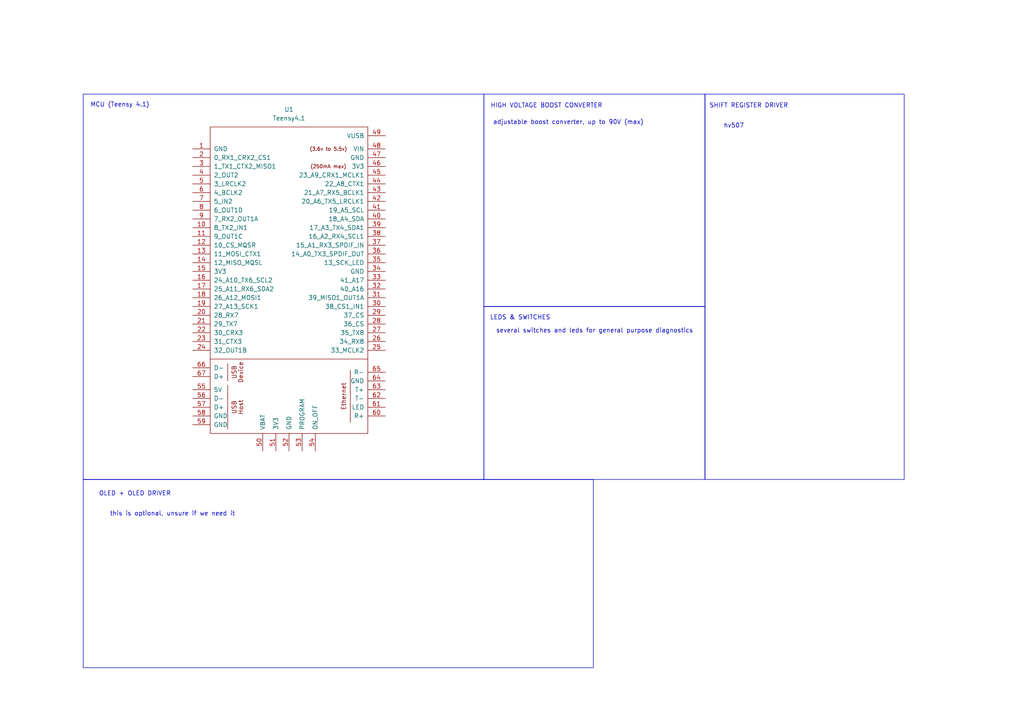
<source format=kicad_sch>
(kicad_sch (version 20231120) (generator "eeschema") (generator_version "8.0")
  (paper "A4")
  (lib_symbols
    (symbol "teensy:Teensy4.1" (pin_names (offset 1.016))
      (property "Reference" "U" (at 0 64.77 0))
      (property "Value" "Teensy4.1" (at 0 62.23 0))
      (symbol "Teensy4.1_0_0"
        (polyline (pts (xy -22.86 -6.35) (xy 22.86 -6.35)))
        (polyline (pts (xy -17.78 -26.67) (xy -17.78 -13.97)))
        (polyline (pts (xy -17.78 -7.62) (xy -17.78 -12.7)))
        (polyline (pts (xy 17.78 -9.525) (xy 17.78 -24.765)))
        (text "(250mA max)" (at 11.43 49.53 0) (effects (font (size 1.016 1.016))))
        (text "(3.6v to 5.5v)" (at 11.43 54.61 0) (effects (font (size 1.016 1.016))))
        (text "Device" (at -13.97 -10.16 900) (effects (font (size 1.27 1.27))))
        (text "Ethernet" (at 15.875 -17.145 900) (effects (font (size 1.27 1.27))))
        (text "Host" (at -13.97 -20.32 900) (effects (font (size 1.27 1.27))))
        (text "USB" (at -15.875 -20.32 900) (effects (font (size 1.27 1.27))))
        (text "USB" (at -15.875 -10.16 900) (effects (font (size 1.27 1.27))))
        (pin bidirectional line (at -27.94 31.75 0) (length 5.08) (name "8_TX2_IN1") (number "10"))
        (pin bidirectional line (at -27.94 29.21 0) (length 5.08) (name "9_OUT1C") (number "11"))
        (pin bidirectional line (at -27.94 26.67 0) (length 5.08) (name "10_CS_MQSR") (number "12"))
        (pin bidirectional line (at -27.94 24.13 0) (length 5.08) (name "11_MOSI_CTX1") (number "13"))
        (pin bidirectional line (at -27.94 21.59 0) (length 5.08) (name "12_MISO_MQSL") (number "14"))
        (pin power_in line (at -27.94 19.05 0) (length 5.08) (name "3V3") (number "15"))
        (pin bidirectional line (at -27.94 16.51 0) (length 5.08) (name "24_A10_TX6_SCL2") (number "16"))
        (pin bidirectional line (at -27.94 13.97 0) (length 5.08) (name "25_A11_RX6_SDA2") (number "17"))
        (pin bidirectional line (at -27.94 11.43 0) (length 5.08) (name "26_A12_MOSI1") (number "18"))
        (pin bidirectional line (at -27.94 8.89 0) (length 5.08) (name "27_A13_SCK1") (number "19"))
        (pin bidirectional line (at -27.94 6.35 0) (length 5.08) (name "28_RX7") (number "20"))
        (pin bidirectional line (at -27.94 3.81 0) (length 5.08) (name "29_TX7") (number "21"))
        (pin bidirectional line (at -27.94 1.27 0) (length 5.08) (name "30_CRX3") (number "22"))
        (pin bidirectional line (at -27.94 -1.27 0) (length 5.08) (name "31_CTX3") (number "23"))
        (pin bidirectional line (at -27.94 -3.81 0) (length 5.08) (name "32_OUT1B") (number "24"))
        (pin bidirectional line (at 27.94 -3.81 180) (length 5.08) (name "33_MCLK2") (number "25"))
        (pin bidirectional line (at 27.94 -1.27 180) (length 5.08) (name "34_RX8") (number "26"))
        (pin bidirectional line (at 27.94 1.27 180) (length 5.08) (name "35_TX8") (number "27"))
        (pin bidirectional line (at 27.94 3.81 180) (length 5.08) (name "36_CS") (number "28"))
        (pin bidirectional line (at 27.94 6.35 180) (length 5.08) (name "37_CS") (number "29"))
        (pin bidirectional line (at 27.94 8.89 180) (length 5.08) (name "38_CS1_IN1") (number "30"))
        (pin bidirectional line (at 27.94 11.43 180) (length 5.08) (name "39_MISO1_OUT1A") (number "31"))
        (pin bidirectional line (at 27.94 13.97 180) (length 5.08) (name "40_A16") (number "32"))
        (pin bidirectional line (at 27.94 16.51 180) (length 5.08) (name "41_A17") (number "33"))
        (pin bidirectional line (at 27.94 21.59 180) (length 5.08) (name "13_SCK_LED") (number "35"))
        (pin bidirectional line (at 27.94 24.13 180) (length 5.08) (name "14_A0_TX3_SPDIF_OUT") (number "36"))
        (pin bidirectional line (at 27.94 26.67 180) (length 5.08) (name "15_A1_RX3_SPDIF_IN") (number "37"))
        (pin bidirectional line (at 27.94 29.21 180) (length 5.08) (name "16_A2_RX4_SCL1") (number "38"))
        (pin bidirectional line (at 27.94 31.75 180) (length 5.08) (name "17_A3_TX4_SDA1") (number "39"))
        (pin bidirectional line (at 27.94 34.29 180) (length 5.08) (name "18_A4_SDA") (number "40"))
        (pin bidirectional line (at 27.94 36.83 180) (length 5.08) (name "19_A5_SCL") (number "41"))
        (pin bidirectional line (at 27.94 39.37 180) (length 5.08) (name "20_A6_TX5_LRCLK1") (number "42"))
        (pin bidirectional line (at 27.94 41.91 180) (length 5.08) (name "21_A7_RX5_BCLK1") (number "43"))
        (pin bidirectional line (at 27.94 44.45 180) (length 5.08) (name "22_A8_CTX1") (number "44"))
        (pin bidirectional line (at 27.94 46.99 180) (length 5.08) (name "23_A9_CRX1_MCLK1") (number "45"))
        (pin output line (at 27.94 49.53 180) (length 5.08) (name "3V3") (number "46"))
        (pin output line (at 27.94 52.07 180) (length 5.08) (name "GND") (number "47"))
        (pin power_in line (at 27.94 54.61 180) (length 5.08) (name "VIN") (number "48"))
        (pin power_out line (at 27.94 58.42 180) (length 5.08) (name "VUSB") (number "49"))
        (pin bidirectional line (at -27.94 44.45 0) (length 5.08) (name "3_LRCLK2") (number "5"))
        (pin power_in line (at -7.62 -33.02 90) (length 5.08) (name "VBAT") (number "50"))
        (pin power_in line (at -3.81 -33.02 90) (length 5.08) (name "3V3") (number "51"))
        (pin input line (at 0 -33.02 90) (length 5.08) (name "GND") (number "52"))
        (pin input line (at 3.81 -33.02 90) (length 5.08) (name "PROGRAM") (number "53"))
        (pin input line (at 7.62 -33.02 90) (length 5.08) (name "ON_OFF") (number "54"))
        (pin power_out line (at -27.94 -15.24 0) (length 5.08) (name "5V") (number "55"))
        (pin bidirectional line (at -27.94 -17.78 0) (length 5.08) (name "D-") (number "56"))
        (pin bidirectional line (at -27.94 -20.32 0) (length 5.08) (name "D+") (number "57"))
        (pin power_in line (at -27.94 -22.86 0) (length 5.08) (name "GND") (number "58"))
        (pin power_in line (at -27.94 -25.4 0) (length 5.08) (name "GND") (number "59"))
        (pin bidirectional line (at -27.94 41.91 0) (length 5.08) (name "4_BCLK2") (number "6"))
        (pin bidirectional line (at 27.94 -22.86 180) (length 5.08) (name "R+") (number "60"))
        (pin bidirectional line (at 27.94 -20.32 180) (length 5.08) (name "LED") (number "61"))
        (pin bidirectional line (at 27.94 -17.78 180) (length 5.08) (name "T-") (number "62"))
        (pin bidirectional line (at 27.94 -15.24 180) (length 5.08) (name "T+") (number "63"))
        (pin power_in line (at 27.94 -12.7 180) (length 5.08) (name "GND") (number "64"))
        (pin bidirectional line (at 27.94 -10.16 180) (length 5.08) (name "R-") (number "65"))
        (pin bidirectional line (at -27.94 -8.89 0) (length 5.08) (name "D-") (number "66"))
        (pin bidirectional line (at -27.94 -11.43 0) (length 5.08) (name "D+") (number "67"))
        (pin bidirectional line (at -27.94 39.37 0) (length 5.08) (name "5_IN2") (number "7"))
        (pin bidirectional line (at -27.94 36.83 0) (length 5.08) (name "6_OUT1D") (number "8"))
        (pin bidirectional line (at -27.94 34.29 0) (length 5.08) (name "7_RX2_OUT1A") (number "9"))
      )
      (symbol "Teensy4.1_0_1"
        (rectangle (start -22.86 60.96) (end 22.86 -27.94))
        (rectangle (start -20.32 -1.27) (end -20.32 -1.27))
      )
      (symbol "Teensy4.1_1_1"
        (pin power_in line (at -27.94 54.61 0) (length 5.08) (name "GND") (number "1"))
        (pin bidirectional line (at -27.94 52.07 0) (length 5.08) (name "0_RX1_CRX2_CS1") (number "2"))
        (pin bidirectional line (at -27.94 49.53 0) (length 5.08) (name "1_TX1_CTX2_MISO1") (number "3"))
        (pin power_in line (at 27.94 19.05 180) (length 5.08) (name "GND") (number "34"))
        (pin bidirectional line (at -27.94 46.99 0) (length 5.08) (name "2_OUT2") (number "4"))
      )
    )
  )
  (rectangle (start 24.13 139.065) (end 172.085 193.675))
  (rectangle (start 204.47 27.305) (end 262.255 139.065))
  (rectangle (start 24.13 27.305) (end 140.335 139.065))
  (rectangle (start 140.335 88.9) (end 204.47 139.065))
  (rectangle (start 140.335 27.305) (end 204.47 88.9))
  (text "several switches and leds for general purpose diagnostics" (at 172.466 96.012 0) (effects (font (size 1.27 1.27))))
  (text "OLED + OLED DRIVER" (at 39.116 143.256 0) (effects (font (size 1.27 1.27))))
  (text "hv507" (at 212.852 36.576 0) (effects (font (size 1.27 1.27))))
  (text "MCU (Teensy 4.1)" (at 34.798 30.48 0) (effects (font (size 1.27 1.27))))
  (text "this is optional, unsure if we need it" (at 50.038 149.098 0) (effects (font (size 1.27 1.27))))
  (text "SHIFT REGISTER DRIVER" (at 217.17 30.734 0) (effects (font (size 1.27 1.27))))
  (text "HIGH VOLTAGE BOOST CONVERTER" (at 158.496 30.734 0) (effects (font (size 1.27 1.27))))
  (text "adjustable boost converter, up to 90V (max)" (at 164.846 35.56 0) (effects (font (size 1.27 1.27))))
  (text "LEDS & SWITCHES\n" (at 150.876 92.202 0) (effects (font (size 1.27 1.27))))
  (symbol (lib_id "teensy:Teensy4.1") (at 83.82 97.79 0) (unit 1)
    (property "Reference" "U1" (at 83.82 31.75 0))
    (property "Value" "Teensy4.1" (at 83.82 34.29 0))
    (property "Footprint" "teensy:Teensy41" (effects (hide yes)))
  )
)
</source>
